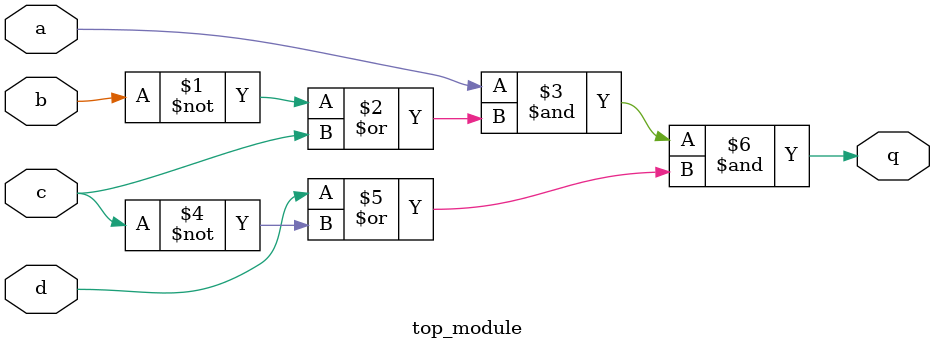
<source format=sv>
module top_module (
	input a, 
	input b, 
	input c, 
	input d,
	output q
);

	assign q = (a & (~b | c) & (d | ~c));
	
endmodule

</source>
